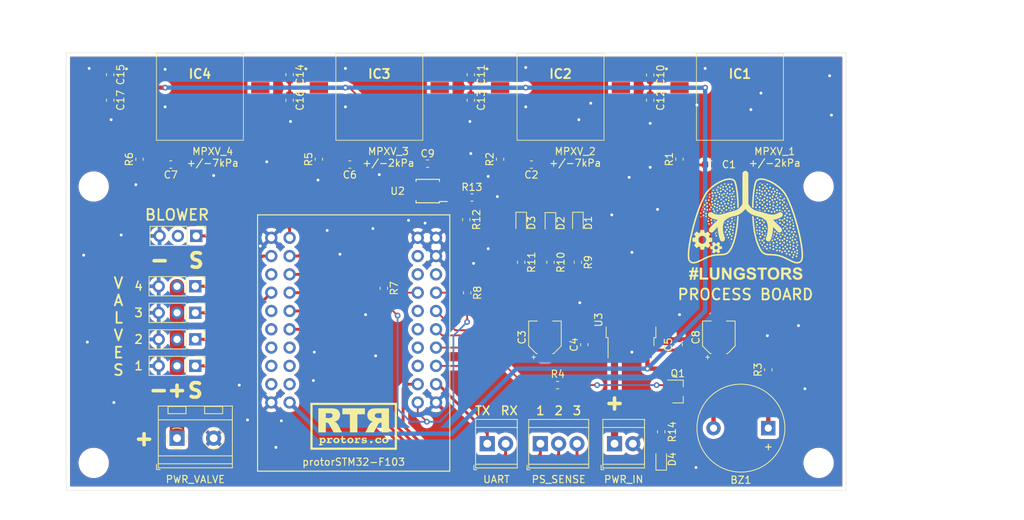
<source format=kicad_pcb>
(kicad_pcb (version 20171130) (host pcbnew "(5.1.5)-3")
  (title_block (title PROCESS_BOARD_SMD) (date 2020-05-01) (rev 1) (comment 1 LUNGSTORS) (comment 2 "Veljko Petrović") (comment 3 "Veljko Petrović") (comment 4 "Veljko Petrović"))
  (layers (0 F.Cu signal) (31 B.Cu signal) (34 B.Paste user) (35 F.Paste user) (36 B.SilkS user) (37 F.SilkS user) (38 B.Mask user) (39 F.Mask user) (44 Edge.Cuts user))
  (net 0 "")
  (net 1 "Net-(BZ1-Pad2)")
  (net 2 +5V)
  (net 3 GND)
  (net 4 "Net-(IC1-Pad4)")
  (net 5 "Net-(IC2-Pad4)")
  (net 6 "Net-(IC3-Pad4)")
  (net 7 "Net-(IC4-Pad4)")
  (net 8 +6V)
  (net 9 V_1)
  (net 10 V_2)
  (net 11 V_3)
  (net 12 V_4)
  (net 13 ESC)
  (net 14 +12V)
  (net 15 ADS_A3)
  (net 16 ADS_A2)
  (net 17 ADS_A1)
  (net 18 ADS_A0)
  (net 19 I2C_SDA)
  (net 20 I2C_SCL)
  (net 21 UART_RX)
  (net 22 UART_TX)
  (net 23 BUZZ)
  (net 24 LED_1)
  (net 25 LED_2)
  (net 26 LED_3)
  (net 27 "Net-(D1-Pad2)")
  (net 28 "Net-(D2-Pad2)")
  (net 29 "Net-(D3-Pad2)")
  (net 30 "Net-(BZ1-Pad1)")
  (net 31 SENSE_3)
  (net 32 SENSE_2)
  (net 33 SENSE_1)
  (net 34 "Net-(R12-Pad1)")
  (net 35 "Net-(R13-Pad1)")
  (net 36 +3V3)
  (net 37 "Net-(Q1-Pad1)")
  (net 38 "Net-(D4-Pad2)")
  (module TerminalBlock_TE-Connectivity:TerminalBlock_TE_282834-2_1x02_P2.54mm_Horizontal (layer F.Cu) (at 168.275 111.633)
    (fp_text reference J7 hide)
    (fp_text value PWR_IN (at 1.27 4.953) (layer F.SilkS))
    (pad 2 thru_hole circle (at 2.54 0) (size 2.1 2.1) (drill 1.1) (layers *.Cu *.Mask) (net 3 GND))
    (pad 1 thru_hole rect (at 0 0) (size 2.1 2.1) (drill 1.1) (layers *.Cu *.Mask) (net 14 +12V))
  )
  (module TerminalBlock_RND:TerminalBlock_RND_205-00232_1x02_P5.08mm_Horizontal (layer F.Cu) (at 107.569 110.871)
    (fp_text reference J6 hide)
    (fp_text value PWR_VALVE (at 2.54 5.715) (layer F.SilkS))
    (pad 2 thru_hole circle (at 5.08 0) (size 2.1 2.1) (drill 1.1) (layers *.Cu *.Mask) (net 3 GND))
    (pad 1 thru_hole rect (at 0 0) (size 2.1 2.1) (drill 1.1) (layers *.Cu *.Mask) (net 8 +6V))
  )
  (module protors:logo_12 (layer F.Cu) (at 132.08 109.22)
    (fp_text reference G*** hide)
    (fp_text value LOGO hide)
  )
  (module TerminalBlock_TE-Connectivity:TerminalBlock_TE_282834-2_1x02_P2.54mm_Horizontal (layer F.Cu) (at 150.622 111.633)
    (fp_text reference J9 hide)
    (fp_text value UART (at 1.27 4.953) (layer F.SilkS))
    (pad 2 thru_hole circle (at 2.54 0) (size 2.1 2.1) (drill 1.1) (layers *.Cu *.Mask) (net 21 UART_RX))
    (pad 1 thru_hole rect (at 0 0) (size 2.1 2.1) (drill 1.1) (layers *.Cu *.Mask) (net 22 UART_TX))
  )
  (module protors:protorSTM32-F103v1.1 (layer F.Cu) (at 132.08 115.443 180)
    (fp_text reference uC1 hide)
    (fp_text value protorSTM32-F103 (at 0 1.27) (layer F.SilkS))
    (pad 1 thru_hole circle (at 11.43 9.525 180) (size 1.7 1.7) (drill 1) (layers *.Cu *.Mask) (net 3 GND))
    (pad 2 thru_hole circle (at 8.89 9.525 180) (size 1.7 1.7) (drill 1) (layers *.Cu *.Mask) (net 2 +5V))
    (pad 3 thru_hole circle (at 11.43 12.065 180) (size 1.7 1.7) (drill 1) (layers *.Cu *.Mask))
    (pad 4 thru_hole circle (at 8.89 12.065 180) (size 1.7 1.7) (drill 1) (layers *.Cu *.Mask))
    (pad 5 thru_hole circle (at 11.43 14.605 180) (size 1.7 1.7) (drill 1) (layers *.Cu *.Mask))
    (pad 6 thru_hole circle (at 8.89 14.605 180) (size 1.7 1.7) (drill 1) (layers *.Cu *.Mask))
    (pad 7 thru_hole circle (at 11.43 17.145 180) (size 1.7 1.7) (drill 1) (layers *.Cu *.Mask))
    (pad 8 thru_hole circle (at 8.89 17.145 180) (size 1.7 1.7) (drill 1) (layers *.Cu *.Mask))
    (pad 9 thru_hole circle (at 11.43 19.685 180) (size 1.7 1.7) (drill 1) (layers *.Cu *.Mask))
    (pad 10 thru_hole circle (at 8.89 19.685 180) (size 1.7 1.7) (drill 1) (layers *.Cu *.Mask) (net 31 SENSE_3))
    (pad 11 thru_hole circle (at 11.43 22.225 180) (size 1.7 1.7) (drill 1) (layers *.Cu *.Mask))
    (pad 12 thru_hole circle (at 8.89 22.225 180) (size 1.7 1.7) (drill 1) (layers *.Cu *.Mask) (net 32 SENSE_2))
    (pad 13 thru_hole circle (at 11.43 24.765 180) (size 1.7 1.7) (drill 1) (layers *.Cu *.Mask) (net 9 V_1))
    (pad 14 thru_hole circle (at 8.89 24.765 180) (size 1.7 1.7) (drill 1) (layers *.Cu *.Mask) (net 33 SENSE_1))
    (pad 15 thru_hole circle (at 11.43 27.305 180) (size 1.7 1.7) (drill 1) (layers *.Cu *.Mask))
    (pad 16 thru_hole circle (at 8.89 27.305 180) (size 1.7 1.7) (drill 1) (layers *.Cu *.Mask) (net 13 ESC))
    (pad 17 thru_hole circle (at 11.43 29.845 180) (size 1.7 1.7) (drill 1) (layers *.Cu *.Mask) (net 10 V_2))
    (pad 18 thru_hole circle (at 8.89 29.845 180) (size 1.7 1.7) (drill 1) (layers *.Cu *.Mask) (net 12 V_4))
    (pad 19 thru_hole circle (at 11.43 32.385 180) (size 1.7 1.7) (drill 1) (layers *.Cu *.Mask) (net 3 GND))
    (pad 20 thru_hole circle (at 8.89 32.385 180) (size 1.7 1.7) (drill 1) (layers *.Cu *.Mask) (net 11 V_3))
    (pad 21 thru_hole circle (at -8.89 9.525 180) (size 1.7 1.7) (drill 1) (layers *.Cu *.Mask) (net 36 +3V3))
    (pad 22 thru_hole circle (at -11.43 9.525 180) (size 1.7 1.7) (drill 1) (layers *.Cu *.Mask) (net 3 GND))
    (pad 23 thru_hole circle (at -8.89 12.065 180) (size 1.7 1.7) (drill 1) (layers *.Cu *.Mask) (net 21 UART_RX))
    (pad 24 thru_hole circle (at -11.43 12.065 180) (size 1.7 1.7) (drill 1) (layers *.Cu *.Mask) (net 22 UART_TX))
    (pad 25 thru_hole circle (at -8.89 14.605 180) (size 1.7 1.7) (drill 1) (layers *.Cu *.Mask))
    (pad 26 thru_hole circle (at -11.43 14.605 180) (size 1.7 1.7) (drill 1) (layers *.Cu *.Mask) (net 23 BUZZ))
    (pad 27 thru_hole circle (at -8.89 17.145 180) (size 1.7 1.7) (drill 1) (layers *.Cu *.Mask))
    (pad 28 thru_hole circle (at -11.43 17.145 180) (size 1.7 1.7) (drill 1) (layers *.Cu *.Mask) (net 24 LED_1))
    (pad 29 thru_hole circle (at -8.89 19.685 180) (size 1.7 1.7) (drill 1) (layers *.Cu *.Mask))
    (pad 30 thru_hole circle (at -11.43 19.685 180) (size 1.7 1.7) (drill 1) (layers *.Cu *.Mask) (net 25 LED_2))
    (pad 31 thru_hole circle (at -8.89 22.225 180) (size 1.7 1.7) (drill 1) (layers *.Cu *.Mask))
    (pad 32 thru_hole circle (at -11.43 22.225 180) (size 1.7 1.7) (drill 1) (layers *.Cu *.Mask) (net 26 LED_3))
    (pad 33 thru_hole circle (at -8.89 24.765 180) (size 1.7 1.7) (drill 1) (layers *.Cu *.Mask) (net 19 I2C_SDA))
    (pad 34 thru_hole circle (at -11.43 24.765 180) (size 1.7 1.7) (drill 1) (layers *.Cu *.Mask) (net 20 I2C_SCL))
    (pad 35 thru_hole circle (at -8.89 27.305 180) (size 1.7 1.7) (drill 1) (layers *.Cu *.Mask))
    (pad 36 thru_hole circle (at -11.43 27.305 180) (size 1.7 1.7) (drill 1) (layers *.Cu *.Mask))
    (pad 37 thru_hole circle (at -8.89 29.845 180) (size 1.7 1.7) (drill 1) (layers *.Cu *.Mask))
    (pad 38 thru_hole circle (at -11.43 29.845 180) (size 1.7 1.7) (drill 1) (layers *.Cu *.Mask) (net 3 GND))
    (pad 39 thru_hole circle (at -8.89 32.385 180) (size 1.7 1.7) (drill 1) (layers *.Cu *.Mask) (net 3 GND))
    (pad 40 thru_hole circle (at -11.43 32.385 180) (size 1.7 1.7) (drill 1) (layers *.Cu *.Mask) (net 3 GND))
  )
  (module protors:lungstors_16 (layer F.Cu) (at 186.436 81.28)
    (fp_text reference G*** hide)
    (fp_text value LOGO hide)
  )
  (module MountingHole:MountingHole_3.2mm_M3_ISO7380 (layer F.Cu) (at 96.012 114.3)
    (fp_text reference REF** hide)
    (fp_text value MountingHole_3.2mm_M3_ISO7380)
    (pad 1 np_thru_hole circle (at 0 0) (size 3.2 3.2) (drill 3.2) (layers *.Cu *.Mask))
  )
  (module MountingHole:MountingHole_3.2mm_M3_ISO7380 (layer F.Cu) (at 96.012 75.946)
    (fp_text reference REF** hide)
    (fp_text value MountingHole_3.2mm_M3_ISO7380)
    (pad 1 np_thru_hole circle (at 0 0) (size 3.2 3.2) (drill 3.2) (layers *.Cu *.Mask))
  )
  (module MountingHole:MountingHole_3.2mm_M3_ISO7380 (layer F.Cu) (at 196.596 75.946)
    (fp_text reference REF** hide)
    (fp_text value MountingHole_3.2mm_M3_ISO7380)
    (pad 1 np_thru_hole circle (at 0 0) (size 3.2 3.2) (drill 3.2) (layers *.Cu *.Mask))
  )
  (module MountingHole:MountingHole_3.2mm_M3_ISO7380 (layer F.Cu) (at 196.596 114.3)
    (fp_text reference REF** hide)
    (fp_text value MountingHole_3.2mm_M3_ISO7380)
    (pad 1 np_thru_hole circle (at 0 0) (size 3.2 3.2) (drill 3.2) (layers *.Cu *.Mask))
  )
  (module Resistor_SMD:R_0603_1608Metric (layer F.Cu) (at 174.752 109.982 90)
    (fp_text reference R14 (at 0 1.524 90) (layer F.SilkS))
    (fp_text value 1k)
    (pad 2 smd roundrect (at 0.7875 0 90) (size 0.875 0.95) (layers F.Cu F.Paste F.Mask) (net 2 +5V))
    (pad 1 smd roundrect (at -0.7875 0 90) (size 0.875 0.95) (layers F.Cu F.Paste F.Mask) (net 38 "Net-(D4-Pad2)"))
  )
  (module LED_SMD:LED_0603_1608Metric (layer F.Cu) (at 174.752 113.8175 90)
    (fp_text reference D4 (at 0.0255 1.524 90) (layer F.SilkS))
    (fp_text value LED)
    (pad 2 smd roundrect (at 0.7875 0 90) (size 0.875 0.95) (layers F.Cu F.Paste F.Mask) (net 38 "Net-(D4-Pad2)"))
    (pad 1 smd roundrect (at -0.7875 0 90) (size 0.875 0.95) (layers F.Cu F.Paste F.Mask) (net 3 GND))
  )
  (module Resistor_SMD:R_0603_1608Metric (layer F.Cu) (at 147.828 90.7035 270)
    (fp_text reference R8 (at 0 -1.43 90) (layer F.SilkS))
    (fp_text value 10k)
    (pad 2 smd roundrect (at 0.7875 0 270) (size 0.875 0.95) (layers F.Cu F.Paste F.Mask) (net 36 +3V3))
    (pad 1 smd roundrect (at -0.7875 0 270) (size 0.875 0.95) (layers F.Cu F.Paste F.Mask) (net 20 I2C_SCL))
  )
  (module Connector_PinHeader_2.54mm:PinHeader_1x03_P2.54mm_Vertical (layer F.Cu) (at 110.109 89.789 270)
    (fp_text reference J4 hide)
    (fp_text value VALVE_4)
    (pad 3 thru_hole oval (at 0 5.08 270) (size 1.7 1.7) (drill 1) (layers *.Cu *.Mask) (net 3 GND))
    (pad 2 thru_hole oval (at 0 2.54 270) (size 1.7 1.7) (drill 1) (layers *.Cu *.Mask) (net 8 +6V))
    (pad 1 thru_hole rect (at 0 0 270) (size 1.7 1.7) (drill 1) (layers *.Cu *.Mask) (net 12 V_4))
  )
  (module Connector_PinHeader_2.54mm:PinHeader_1x03_P2.54mm_Vertical (layer F.Cu) (at 110.109 97.155 270)
    (fp_text reference J2 hide)
    (fp_text value VALVE_2)
    (pad 3 thru_hole oval (at 0 5.08 270) (size 1.7 1.7) (drill 1) (layers *.Cu *.Mask) (net 3 GND))
    (pad 2 thru_hole oval (at 0 2.54 270) (size 1.7 1.7) (drill 1) (layers *.Cu *.Mask) (net 8 +6V))
    (pad 1 thru_hole rect (at 0 0 270) (size 1.7 1.7) (drill 1) (layers *.Cu *.Mask) (net 10 V_2))
  )
  (module Connector_PinHeader_2.54mm:PinHeader_1x03_P2.54mm_Vertical (layer F.Cu) (at 110.109 93.472 270)
    (fp_text reference J3 hide)
    (fp_text value VALVE_3)
    (pad 3 thru_hole oval (at 0 5.08 270) (size 1.7 1.7) (drill 1) (layers *.Cu *.Mask) (net 3 GND))
    (pad 2 thru_hole oval (at 0 2.54 270) (size 1.7 1.7) (drill 1) (layers *.Cu *.Mask) (net 8 +6V))
    (pad 1 thru_hole rect (at 0 0 270) (size 1.7 1.7) (drill 1) (layers *.Cu *.Mask) (net 11 V_3))
  )
  (module Connector_PinHeader_2.54mm:PinHeader_1x03_P2.54mm_Vertical (layer F.Cu) (at 110.109 100.838 270)
    (fp_text reference J1 hide)
    (fp_text value VALVE_1)
    (pad 3 thru_hole oval (at 0 5.08 270) (size 1.7 1.7) (drill 1) (layers *.Cu *.Mask) (net 3 GND))
    (pad 2 thru_hole oval (at 0 2.54 270) (size 1.7 1.7) (drill 1) (layers *.Cu *.Mask) (net 8 +6V))
    (pad 1 thru_hole rect (at 0 0 270) (size 1.7 1.7) (drill 1) (layers *.Cu *.Mask) (net 9 V_1))
  )
  (module Capacitor_SMD:CP_Elec_4x5.4 (layer F.Cu) (at 182.753 96.879 90)
    (fp_text reference C8 (at 0 -3.2 90) (layer F.SilkS))
    (fp_text value 10uF)
    (pad 2 smd roundrect (at 1.8 0 90) (size 2.6 1.6) (layers F.Cu F.Paste F.Mask) (roundrect_rratio 0.15625) (net 3 GND))
    (pad 1 smd roundrect (at -1.8 0 90) (size 2.6 1.6) (layers F.Cu F.Paste F.Mask) (roundrect_rratio 0.15625) (net 2 +5V))
  )
  (module Capacitor_SMD:CP_Elec_4x4.5 (layer F.Cu) (at 158.623 96.879 90)
    (fp_text reference C3 (at 0 -3.2 90) (layer F.SilkS))
    (fp_text value 10uF)
    (pad 2 smd roundrect (at 1.8 0 90) (size 2.6 1.6) (layers F.Cu F.Paste F.Mask) (roundrect_rratio 0.15625) (net 3 GND))
    (pad 1 smd roundrect (at -1.8 0 90) (size 2.6 1.6) (layers F.Cu F.Paste F.Mask) (roundrect_rratio 0.15625) (net 14 +12V))
  )
  (module Package_TO_SOT_SMD:TO-252-2 (layer F.Cu) (at 170.562 94.453 90)
    (fp_text reference U3 (at 0 -4.5 90) (layer F.SilkS))
    (fp_text value LM78M05_TO252)
    (pad 2 smd rect (at 2.1 0 90) (size 6.4 5.8) (layers F.Cu F.Mask) (net 3 GND))
    (pad 3 smd rect (at -4.2 2.28 90) (size 2.2 1.2) (layers F.Cu F.Paste F.Mask) (net 2 +5V))
    (pad 1 smd rect (at -4.2 -2.28 90) (size 2.2 1.2) (layers F.Cu F.Paste F.Mask) (net 14 +12V))
  )
  (module Package_TO_SOT_SMD:SOT-23 (layer F.Cu) (at 177.054 104.394)
    (fp_text reference Q1 (at 0 -2.5) (layer F.SilkS))
    (fp_text value BC817)
    (pad 3 smd rect (at 1 0) (size 0.9 0.8) (layers F.Cu F.Paste F.Mask) (net 1 "Net-(BZ1-Pad2)"))
    (pad 2 smd rect (at -1 0.95) (size 0.9 0.8) (layers F.Cu F.Paste F.Mask) (net 3 GND))
    (pad 1 smd rect (at -1 -0.95) (size 0.9 0.8) (layers F.Cu F.Paste F.Mask) (net 37 "Net-(Q1-Pad1)"))
  )
  (module TerminalBlock_TE-Connectivity:TerminalBlock_TE_282834-3_1x03_P2.54mm_Horizontal (layer F.Cu) (at 157.988 111.633)
    (fp_text reference J8 hide)
    (fp_text value PS_SENSE (at 2.54 4.953) (layer F.SilkS))
    (pad 3 thru_hole circle (at 5.08 0) (size 2.1 2.1) (drill 1.1) (layers *.Cu *.Mask) (net 31 SENSE_3))
    (pad 2 thru_hole circle (at 2.54 0) (size 2.1 2.1) (drill 1.1) (layers *.Cu *.Mask) (net 32 SENSE_2))
    (pad 1 thru_hole rect (at 0 0) (size 2.1 2.1) (drill 1.1) (layers *.Cu *.Mask) (net 33 SENSE_1))
  )
  (module Package_SO:TSSOP-10_3x3mm_P0.5mm (layer F.Cu) (at 142.358 76.581 180)
    (fp_text reference U2 (at 4.182 0) (layer F.SilkS))
    (fp_text value ADS1115IDGS)
    (pad 10 smd rect (at 2.15 -1 180) (size 1.1 0.25) (layers F.Cu F.Paste F.Mask) (net 20 I2C_SCL))
    (pad 9 smd rect (at 2.15 -0.5 180) (size 1.1 0.25) (layers F.Cu F.Paste F.Mask) (net 19 I2C_SDA))
    (pad 8 smd rect (at 2.15 0 180) (size 1.1 0.25) (layers F.Cu F.Paste F.Mask) (net 2 +5V))
    (pad 7 smd rect (at 2.15 0.5 180) (size 1.1 0.25) (layers F.Cu F.Paste F.Mask) (net 15 ADS_A3))
    (pad 6 smd rect (at 2.15 1 180) (size 1.1 0.25) (layers F.Cu F.Paste F.Mask) (net 16 ADS_A2))
    (pad 5 smd rect (at -2.15 1 180) (size 1.1 0.25) (layers F.Cu F.Paste F.Mask) (net 17 ADS_A1))
    (pad 4 smd rect (at -2.15 0.5 180) (size 1.1 0.25) (layers F.Cu F.Paste F.Mask) (net 18 ADS_A0))
    (pad 3 smd rect (at -2.15 0 180) (size 1.1 0.25) (layers F.Cu F.Paste F.Mask) (net 3 GND))
    (pad 2 smd rect (at -2.15 -0.5 180) (size 1.1 0.25) (layers F.Cu F.Paste F.Mask) (net 34 "Net-(R12-Pad1)"))
    (pad 1 smd rect (at -2.15 -1 180) (size 1.1 0.25) (layers F.Cu F.Paste F.Mask) (net 35 "Net-(R13-Pad1)"))
  )
  (module Resistor_SMD:R_0603_1608Metric (layer F.Cu) (at 148.4885 77.47)
    (fp_text reference R13 (at 0 -1.43) (layer F.SilkS))
    (fp_text value 10k)
    (pad 2 smd roundrect (at 0.7875 0) (size 0.875 0.95) (layers F.Cu F.Paste F.Mask) (net 3 GND))
    (pad 1 smd roundrect (at -0.7875 0) (size 0.875 0.95) (layers F.Cu F.Paste F.Mask) (net 35 "Net-(R13-Pad1)"))
  )
  (module Resistor_SMD:R_0603_1608Metric (layer F.Cu) (at 147.701 80.5435 270)
    (fp_text reference R12 (at 0 -1.43 90) (layer F.SilkS))
    (fp_text value 10k)
    (pad 2 smd roundrect (at 0.7875 0 270) (size 0.875 0.95) (layers F.Cu F.Paste F.Mask) (net 2 +5V))
    (pad 1 smd roundrect (at -0.7875 0 270) (size 0.875 0.95) (layers F.Cu F.Paste F.Mask) (net 34 "Net-(R12-Pad1)"))
  )
  (module Resistor_SMD:R_0603_1608Metric (layer F.Cu) (at 155.321 86.4615 270)
    (fp_text reference R11 (at 0 -1.43 90) (layer F.SilkS))
    (fp_text value 1k)
    (pad 2 smd roundrect (at 0.7875 0 270) (size 0.875 0.95) (layers F.Cu F.Paste F.Mask) (net 26 LED_3))
    (pad 1 smd roundrect (at -0.7875 0 270) (size 0.875 0.95) (layers F.Cu F.Paste F.Mask) (net 29 "Net-(D3-Pad2)"))
  )
  (module Resistor_SMD:R_0603_1608Metric (layer F.Cu) (at 159.385 86.4615 270)
    (fp_text reference R10 (at 0 -1.43 90) (layer F.SilkS))
    (fp_text value 1k)
    (pad 2 smd roundrect (at 0.7875 0 270) (size 0.875 0.95) (layers F.Cu F.Paste F.Mask) (net 25 LED_2))
    (pad 1 smd roundrect (at -0.7875 0 270) (size 0.875 0.95) (layers F.Cu F.Paste F.Mask) (net 28 "Net-(D2-Pad2)"))
  )
  (module Resistor_SMD:R_0603_1608Metric (layer F.Cu) (at 163.195 86.4615 270)
    (fp_text reference R9 (at 0 -1.43 90) (layer F.SilkS))
    (fp_text value 1k)
    (pad 2 smd roundrect (at 0.7875 0 270) (size 0.875 0.95) (layers F.Cu F.Paste F.Mask) (net 24 LED_1))
    (pad 1 smd roundrect (at -0.7875 0 270) (size 0.875 0.95) (layers F.Cu F.Paste F.Mask) (net 27 "Net-(D1-Pad2)"))
  )
  (module Resistor_SMD:R_0603_1608Metric (layer F.Cu) (at 136.271 90.0685 270)
    (fp_text reference R7 (at 0 -1.43 90) (layer F.SilkS))
    (fp_text value 10k)
    (pad 2 smd roundrect (at 0.7875 0 270) (size 0.875 0.95) (layers F.Cu F.Paste F.Mask) (net 36 +3V3))
    (pad 1 smd roundrect (at -0.7875 0 270) (size 0.875 0.95) (layers F.Cu F.Paste F.Mask) (net 19 I2C_SDA))
  )
  (module Resistor_SMD:R_0603_1608Metric (layer F.Cu) (at 102.362 72.1615 90)
    (fp_text reference R6 (at 0 -1.43 90) (layer F.SilkS))
    (fp_text value 750R)
    (pad 2 smd roundrect (at 0.7875 0 90) (size 0.875 0.95) (layers F.Cu F.Paste F.Mask) (net 7 "Net-(IC4-Pad4)"))
    (pad 1 smd roundrect (at -0.7875 0 90) (size 0.875 0.95) (layers F.Cu F.Paste F.Mask) (net 15 ADS_A3))
  )
  (module Resistor_SMD:R_0603_1608Metric (layer F.Cu) (at 127.254 72.1615 90)
    (fp_text reference R5 (at 0 -1.43 90) (layer F.SilkS))
    (fp_text value 750R)
    (pad 2 smd roundrect (at 0.7875 0 90) (size 0.875 0.95) (layers F.Cu F.Paste F.Mask) (net 6 "Net-(IC3-Pad4)"))
    (pad 1 smd roundrect (at -0.7875 0 90) (size 0.875 0.95) (layers F.Cu F.Paste F.Mask) (net 16 ADS_A2))
  )
  (module Resistor_SMD:R_0603_1608Metric (layer F.Cu) (at 160.3755 103.505 180)
    (fp_text reference R4 (at -0.0255 1.524 180) (layer F.SilkS))
    (fp_text value 3.3k)
    (pad 2 smd roundrect (at 0.7875 0 180) (size 0.875 0.95) (layers F.Cu F.Paste F.Mask) (net 23 BUZZ))
    (pad 1 smd roundrect (at -0.7875 0 180) (size 0.875 0.95) (layers F.Cu F.Paste F.Mask) (net 37 "Net-(Q1-Pad1)"))
  )
  (module Resistor_SMD:R_0603_1608Metric (layer F.Cu) (at 189.611 101.3715 90)
    (fp_text reference R3 (at 0 -1.43 90) (layer F.SilkS))
    (fp_text value 100R)
    (pad 2 smd roundrect (at 0.7875 0 90) (size 0.875 0.95) (layers F.Cu F.Paste F.Mask) (net 2 +5V))
    (pad 1 smd roundrect (at -0.7875 0 90) (size 0.875 0.95) (layers F.Cu F.Paste F.Mask) (net 30 "Net-(BZ1-Pad1)"))
  )
  (module Resistor_SMD:R_0603_1608Metric (layer F.Cu) (at 152.4 72.1615 90)
    (fp_text reference R2 (at 0 -1.43 90) (layer F.SilkS))
    (fp_text value 750R)
    (pad 2 smd roundrect (at 0.7875 0 90) (size 0.875 0.95) (layers F.Cu F.Paste F.Mask) (net 5 "Net-(IC2-Pad4)"))
    (pad 1 smd roundrect (at -0.7875 0 90) (size 0.875 0.95) (layers F.Cu F.Paste F.Mask) (net 17 ADS_A1))
  )
  (module Resistor_SMD:R_0603_1608Metric (layer F.Cu) (at 177.292 72.1615 90)
    (fp_text reference R1 (at 0 -1.43 90) (layer F.SilkS))
    (fp_text value 750R)
    (pad 2 smd roundrect (at 0.7875 0 90) (size 0.875 0.95) (layers F.Cu F.Paste F.Mask) (net 4 "Net-(IC1-Pad4)"))
    (pad 1 smd roundrect (at -0.7875 0 90) (size 0.875 0.95) (layers F.Cu F.Paste F.Mask) (net 18 ADS_A0))
  )
  (module Connector_PinHeader_2.54mm:PinHeader_1x03_P2.54mm_Vertical (layer F.Cu) (at 110.236 82.804 270)
    (fp_text reference J5 hide)
    (fp_text value COMPRESSOR)
    (pad 3 thru_hole oval (at 0 5.08 270) (size 1.7 1.7) (drill 1) (layers *.Cu *.Mask) (net 3 GND))
    (pad 2 thru_hole oval (at 0 2.54 270) (size 1.7 1.7) (drill 1) (layers *.Cu *.Mask))
    (pad 1 thru_hole rect (at 0 0 270) (size 1.7 1.7) (drill 1) (layers *.Cu *.Mask) (net 13 ESC))
  )
  (module protors:MPXV7002DPT1 (layer F.Cu) (at 110.746 60.325 180)
    (fp_text reference IC4 (at 0 0) (layer F.SilkS) (effects (font (size 1.27 1.27) (thickness 0.254))))
    (fp_text value MPXV7007DP hide)
    (pad 1 smd rect (at 8.38 0.635 270) (size 1.52 2.54) (layers F.Cu F.Paste F.Mask))
    (pad 2 smd rect (at 8.38 -1.905 270) (size 1.52 2.54) (layers F.Cu F.Paste F.Mask) (net 2 +5V))
    (pad 3 smd rect (at 8.38 -4.445 270) (size 1.52 2.54) (layers F.Cu F.Paste F.Mask) (net 3 GND))
    (pad 4 smd rect (at 8.38 -6.985 270) (size 1.52 2.54) (layers F.Cu F.Paste F.Mask) (net 7 "Net-(IC4-Pad4)"))
    (pad 5 smd rect (at -8.38 -6.985 270) (size 1.52 2.54) (layers F.Cu F.Paste F.Mask))
    (pad 6 smd rect (at -8.38 -4.445 270) (size 1.52 2.54) (layers F.Cu F.Paste F.Mask))
    (pad 7 smd rect (at -8.38 -1.905 270) (size 1.52 2.54) (layers F.Cu F.Paste F.Mask))
    (pad 8 smd rect (at -8.38 0.635 270) (size 1.52 2.54) (layers F.Cu F.Paste F.Mask))
  )
  (module protors:MPXV7002DPT1 (layer F.Cu) (at 135.638 60.325 180)
    (fp_text reference IC3 (at 0 0) (layer F.SilkS) (effects (font (size 1.27 1.27) (thickness 0.254))))
    (fp_text value MPXV7002DP hide)
    (pad 1 smd rect (at 8.38 0.635 270) (size 1.52 2.54) (layers F.Cu F.Paste F.Mask))
    (pad 2 smd rect (at 8.38 -1.905 270) (size 1.52 2.54) (layers F.Cu F.Paste F.Mask) (net 2 +5V))
    (pad 3 smd rect (at 8.38 -4.445 270) (size 1.52 2.54) (layers F.Cu F.Paste F.Mask) (net 3 GND))
    (pad 4 smd rect (at 8.38 -6.985 270) (size 1.52 2.54) (layers F.Cu F.Paste F.Mask) (net 6 "Net-(IC3-Pad4)"))
    (pad 5 smd rect (at -8.38 -6.985 270) (size 1.52 2.54) (layers F.Cu F.Paste F.Mask))
    (pad 6 smd rect (at -8.38 -4.445 270) (size 1.52 2.54) (layers F.Cu F.Paste F.Mask))
    (pad 7 smd rect (at -8.38 -1.905 270) (size 1.52 2.54) (layers F.Cu F.Paste F.Mask))
    (pad 8 smd rect (at -8.38 0.635 270) (size 1.52 2.54) (layers F.Cu F.Paste F.Mask))
  )
  (module protors:MPXV7002DPT1 (layer F.Cu) (at 160.78 60.325 180)
    (fp_text reference IC2 (at 0 0) (layer F.SilkS) (effects (font (size 1.27 1.27) (thickness 0.254))))
    (fp_text value MPXV7007DP hide)
    (pad 1 smd rect (at 8.38 0.635 270) (size 1.52 2.54) (layers F.Cu F.Paste F.Mask))
    (pad 2 smd rect (at 8.38 -1.905 270) (size 1.52 2.54) (layers F.Cu F.Paste F.Mask) (net 2 +5V))
    (pad 3 smd rect (at 8.38 -4.445 270) (size 1.52 2.54) (layers F.Cu F.Paste F.Mask) (net 3 GND))
    (pad 4 smd rect (at 8.38 -6.985 270) (size 1.52 2.54) (layers F.Cu F.Paste F.Mask) (net 5 "Net-(IC2-Pad4)"))
    (pad 5 smd rect (at -8.38 -6.985 270) (size 1.52 2.54) (layers F.Cu F.Paste F.Mask))
    (pad 6 smd rect (at -8.38 -4.445 270) (size 1.52 2.54) (layers F.Cu F.Paste F.Mask))
    (pad 7 smd rect (at -8.38 -1.905 270) (size 1.52 2.54) (layers F.Cu F.Paste F.Mask))
    (pad 8 smd rect (at -8.38 0.635 270) (size 1.52 2.54) (layers F.Cu F.Paste F.Mask))
  )
  (module protors:MPXV7002DPT1 (layer F.Cu) (at 185.672 60.325 180)
    (fp_text reference IC1 (at 0 0) (layer F.SilkS) (effects (font (size 1.27 1.27) (thickness 0.254))))
    (fp_text value MPXV7002DP hide)
    (pad 1 smd rect (at 8.38 0.635 270) (size 1.52 2.54) (layers F.Cu F.Paste F.Mask))
    (pad 2 smd rect (at 8.38 -1.905 270) (size 1.52 2.54) (layers F.Cu F.Paste F.Mask) (net 2 +5V))
    (pad 3 smd rect (at 8.38 -4.445 270) (size 1.52 2.54) (layers F.Cu F.Paste F.Mask) (net 3 GND))
    (pad 4 smd rect (at 8.38 -6.985 270) (size 1.52 2.54) (layers F.Cu F.Paste F.Mask) (net 4 "Net-(IC1-Pad4)"))
    (pad 5 smd rect (at -8.38 -6.985 270) (size 1.52 2.54) (layers F.Cu F.Paste F.Mask))
    (pad 6 smd rect (at -8.38 -4.445 270) (size 1.52 2.54) (layers F.Cu F.Paste F.Mask))
    (pad 7 smd rect (at -8.38 -1.905 270) (size 1.52 2.54) (layers F.Cu F.Paste F.Mask))
    (pad 8 smd rect (at -8.38 0.635 270) (size 1.52 2.54) (layers F.Cu F.Paste F.Mask))
  )
  (module LED_SMD:LED_0603_1608Metric (layer F.Cu) (at 155.321 81.0005 270)
    (fp_text reference D3 (at 0 -1.43 90) (layer F.SilkS))
    (fp_text value LED)
    (pad 2 smd roundrect (at 0.7875 0 270) (size 0.875 0.95) (layers F.Cu F.Paste F.Mask) (net 29 "Net-(D3-Pad2)"))
    (pad 1 smd roundrect (at -0.7875 0 270) (size 0.875 0.95) (layers F.Cu F.Paste F.Mask) (net 3 GND))
  )
  (module LED_SMD:LED_0603_1608Metric (layer F.Cu) (at 159.385 81.0515 270)
    (fp_text reference D2 (at 0 -1.43 90) (layer F.SilkS))
    (fp_text value LED)
    (pad 2 smd roundrect (at 0.7875 0 270) (size 0.875 0.95) (layers F.Cu F.Paste F.Mask) (net 28 "Net-(D2-Pad2)"))
    (pad 1 smd roundrect (at -0.7875 0 270) (size 0.875 0.95) (layers F.Cu F.Paste F.Mask) (net 3 GND))
  )
  (module LED_SMD:LED_0603_1608Metric (layer F.Cu) (at 163.195 81.0005 270)
    (fp_text reference D1 (at 0 -1.43 90) (layer F.SilkS))
    (fp_text value LED)
    (pad 2 smd roundrect (at 0.7875 0 270) (size 0.875 0.95) (layers F.Cu F.Paste F.Mask) (net 27 "Net-(D1-Pad2)"))
    (pad 1 smd roundrect (at -0.7875 0 270) (size 0.875 0.95) (layers F.Cu F.Paste F.Mask) (net 3 GND))
  )
  (module Capacitor_SMD:C_0603_1608Metric (layer F.Cu) (at 98.298 63.9825 270)
    (fp_text reference C17 (at 0 -1.43 90) (layer F.SilkS))
    (fp_text value 100nF)
    (pad 2 smd roundrect (at 0.7875 0 270) (size 0.875 0.95) (layers F.Cu F.Paste F.Mask) (net 3 GND))
    (pad 1 smd roundrect (at -0.7875 0 270) (size 0.875 0.95) (layers F.Cu F.Paste F.Mask) (net 2 +5V))
  )
  (module Capacitor_SMD:C_0603_1608Metric (layer F.Cu) (at 98.298 60.4265 270)
    (fp_text reference C15 (at 0 -1.43 90) (layer F.SilkS))
    (fp_text value 10nF)
    (pad 2 smd roundrect (at 0.7875 0 270) (size 0.875 0.95) (layers F.Cu F.Paste F.Mask) (net 2 +5V))
    (pad 1 smd roundrect (at -0.7875 0 270) (size 0.875 0.95) (layers F.Cu F.Paste F.Mask) (net 3 GND))
  )
  (module Capacitor_SMD:C_0603_1608Metric (layer F.Cu) (at 148.336 63.9825 270)
    (fp_text reference C13 (at 0 -1.43 90) (layer F.SilkS))
    (fp_text value 100nF)
    (pad 2 smd roundrect (at 0.7875 0 270) (size 0.875 0.95) (layers F.Cu F.Paste F.Mask) (net 3 GND))
    (pad 1 smd roundrect (at -0.7875 0 270) (size 0.875 0.95) (layers F.Cu F.Paste F.Mask) (net 2 +5V))
  )
  (module Capacitor_SMD:C_0603_1608Metric (layer F.Cu) (at 173.228 63.9825 270)
    (fp_text reference C12 (at 0 -1.43 90) (layer F.SilkS))
    (fp_text value 100nF)
    (pad 2 smd roundrect (at 0.7875 0 270) (size 0.875 0.95) (layers F.Cu F.Paste F.Mask) (net 3 GND))
    (pad 1 smd roundrect (at -0.7875 0 270) (size 0.875 0.95) (layers F.Cu F.Paste F.Mask) (net 2 +5V))
  )
  (module Capacitor_SMD:C_0603_1608Metric (layer F.Cu) (at 148.336 60.4265 270)
    (fp_text reference C11 (at 0 -1.43 90) (layer F.SilkS))
    (fp_text value 10nF)
    (pad 2 smd roundrect (at 0.7875 0 270) (size 0.875 0.95) (layers F.Cu F.Paste F.Mask) (net 2 +5V))
    (pad 1 smd roundrect (at -0.7875 0 270) (size 0.875 0.95) (layers F.Cu F.Paste F.Mask) (net 3 GND))
  )
  (module Capacitor_SMD:C_0603_1608Metric (layer F.Cu) (at 173.228 60.4775 270)
    (fp_text reference C10 (at 0 -1.43 90) (layer F.SilkS))
    (fp_text value 10nF)
    (pad 2 smd roundrect (at 0.7875 0 270) (size 0.875 0.95) (layers F.Cu F.Paste F.Mask) (net 2 +5V))
    (pad 1 smd roundrect (at -0.7875 0 270) (size 0.875 0.95) (layers F.Cu F.Paste F.Mask) (net 3 GND))
  )
  (module Capacitor_SMD:C_0603_1608Metric (layer F.Cu) (at 123.19 63.9825 270)
    (fp_text reference C16 (at 0 -1.43 90) (layer F.SilkS))
    (fp_text value 100nF)
    (pad 2 smd roundrect (at 0.7875 0 270) (size 0.875 0.95) (layers F.Cu F.Paste F.Mask) (net 3 GND))
    (pad 1 smd roundrect (at -0.7875 0 270) (size 0.875 0.95) (layers F.Cu F.Paste F.Mask) (net 2 +5V))
  )
  (module Capacitor_SMD:C_0603_1608Metric (layer F.Cu) (at 123.19 60.4265 270)
    (fp_text reference C14 (at 0 -1.43 90) (layer F.SilkS))
    (fp_text value 10nF)
    (pad 2 smd roundrect (at 0.7875 0 270) (size 0.875 0.95) (layers F.Cu F.Paste F.Mask) (net 2 +5V))
    (pad 1 smd roundrect (at -0.7875 0 270) (size 0.875 0.95) (layers F.Cu F.Paste F.Mask) (net 3 GND))
  )
  (module Capacitor_SMD:C_0603_1608Metric (layer F.Cu) (at 142.3415 72.771 180)
    (fp_text reference C9 (at 0 1.397) (layer F.SilkS))
    (fp_text value 1uF)
    (pad 2 smd roundrect (at 0.7875 0 180) (size 0.875 0.95) (layers F.Cu F.Paste F.Mask) (net 2 +5V))
    (pad 1 smd roundrect (at -0.7875 0 180) (size 0.875 0.95) (layers F.Cu F.Paste F.Mask) (net 3 GND))
  )
  (module Capacitor_SMD:C_0603_1608Metric (layer F.Cu) (at 106.7055 72.898 180)
    (fp_text reference C7 (at 0 -1.43) (layer F.SilkS))
    (fp_text value 330nF)
    (pad 2 smd roundrect (at 0.7875 0 180) (size 0.875 0.95) (layers F.Cu F.Paste F.Mask) (net 15 ADS_A3))
    (pad 1 smd roundrect (at -0.7875 0 180) (size 0.875 0.95) (layers F.Cu F.Paste F.Mask) (net 3 GND))
  )
  (module Capacitor_SMD:C_0603_1608Metric (layer F.Cu) (at 131.5465 72.898 180)
    (fp_text reference C6 (at 0 -1.43) (layer F.SilkS))
    (fp_text value 330nF)
    (pad 2 smd roundrect (at 0.7875 0 180) (size 0.875 0.95) (layers F.Cu F.Paste F.Mask) (net 16 ADS_A2))
    (pad 1 smd roundrect (at -0.7875 0 180) (size 0.875 0.95) (layers F.Cu F.Paste F.Mask) (net 3 GND))
  )
  (module Capacitor_SMD:C_0603_1608Metric (layer F.Cu) (at 177.165 97.8915 90)
    (fp_text reference C5 (at 0 -1.43 90) (layer F.SilkS))
    (fp_text value 100nF)
    (pad 2 smd roundrect (at 0.7875 0 90) (size 0.875 0.95) (layers F.Cu F.Paste F.Mask) (net 3 GND))
    (pad 1 smd roundrect (at -0.7875 0 90) (size 0.875 0.95) (layers F.Cu F.Paste F.Mask) (net 2 +5V))
  )
  (module Capacitor_SMD:C_0603_1608Metric (layer F.Cu) (at 164.084 97.8915 90)
    (fp_text reference C4 (at 0 -1.43 90) (layer F.SilkS))
    (fp_text value 330nF)
    (pad 2 smd roundrect (at 0.7875 0 90) (size 0.875 0.95) (layers F.Cu F.Paste F.Mask) (net 3 GND))
    (pad 1 smd roundrect (at -0.7875 0 90) (size 0.875 0.95) (layers F.Cu F.Paste F.Mask) (net 14 +12V))
  )
  (module Capacitor_SMD:C_0603_1608Metric (layer F.Cu) (at 156.7435 72.898 180)
    (fp_text reference C2 (at 0 -1.43) (layer F.SilkS))
    (fp_text value 330nF)
    (pad 2 smd roundrect (at 0.7875 0 180) (size 0.875 0.95) (layers F.Cu F.Paste F.Mask) (net 17 ADS_A1))
    (pad 1 smd roundrect (at -0.7875 0 180) (size 0.875 0.95) (layers F.Cu F.Paste F.Mask) (net 3 GND))
  )
  (module Capacitor_SMD:C_0603_1608Metric (layer F.Cu) (at 181.6355 72.898 180)
    (fp_text reference C1 (at -2.5145 0) (layer F.SilkS))
    (fp_text value 330nF)
    (pad 2 smd roundrect (at 0.7875 0 180) (size 0.875 0.95) (layers F.Cu F.Paste F.Mask) (net 18 ADS_A0))
    (pad 1 smd roundrect (at -0.7875 0 180) (size 0.875 0.95) (layers F.Cu F.Paste F.Mask) (net 3 GND))
  )
  (module Buzzer_Beeper:Buzzer_12x9.5RM7.6 (layer F.Cu) (at 189.611 109.474 180)
    (fp_text reference BZ1 (at 3.8 -7.2) (layer F.SilkS))
    (fp_text value Buzzer)
    (fp_text user + (at -0.01 -2.54) (layer F.SilkS))
    (pad 2 thru_hole circle (at 7.6 0 180) (size 2 2) (drill 1) (layers *.Cu *.Mask) (net 1 "Net-(BZ1-Pad2)"))
    (pad 1 thru_hole rect (at 0 0 180) (size 2 2) (drill 1) (layers *.Cu *.Mask) (net 30 "Net-(BZ1-Pad1)"))
  )
  (gr_text BLOWER (at 107.569 79.883) (layer F.SilkS) (effects (font (size 1.5 1.5) (thickness 0.25))))
  (gr_text "V\nA\nL\nV\nE\nS" (at 99.441 95.377) (layer F.SilkS) (effects (font (size 1.5 1.5) (thickness 0.25))))
  (gr_text 4 (at 102.235 89.789) (layer F.SilkS) (effects (font (size 1.2 1.2) (thickness 0.2))))
  (gr_text 3 (at 102.235 93.472) (layer F.SilkS) (effects (font (size 1.2 1.2) (thickness 0.2))))
  (gr_text 2 (at 102.235 97.155) (layer F.SilkS) (effects (font (size 1.2 1.2) (thickness 0.2))))
  (gr_text 1 (at 102.235 100.838) (layer F.SilkS) (effects (font (size 1.2 1.2) (thickness 0.2))))
  (gr_text S (at 110.236 86.233) (layer F.SilkS) (effects (font (size 2 2) (thickness 0.5))))
  (gr_text - (at 105.156 86.106) (layer F.SilkS) (effects (font (size 2 2) (thickness 0.5))))
  (gr_text + (at 102.997 110.871) (layer F.SilkS) (effects (font (size 2 2) (thickness 0.5))))
  (gr_text S (at 110.109 104.267) (layer F.SilkS) (effects (font (size 2 2) (thickness 0.5))))
  (gr_text - (at 105.029 104.14) (layer F.SilkS) (effects (font (size 2 2) (thickness 0.5))))
  (gr_text RX (at 153.67 107.061) (layer F.SilkS) (effects (font (size 1.2 1.2) (thickness 0.2))))
  (gr_text TX (at 149.987 107.061) (layer F.SilkS) (effects (font (size 1.2 1.2) (thickness 0.2))))
  (gr_text 3 (at 163.068 107.061) (layer F.SilkS) (effects (font (size 1.2 1.2) (thickness 0.2))))
  (gr_text 1 (at 157.988 107.061) (layer F.SilkS) (effects (font (size 1.2 1.2) (thickness 0.2))))
  (gr_text 2 (at 160.528 107.061) (layer F.SilkS) (effects (font (size 1.2 1.2) (thickness 0.2))))
  (gr_text + (at 168.275 105.918) (layer F.SilkS) (effects (font (size 2 2) (thickness 0.5))))
  (gr_text + (at 107.569 104.14) (layer F.SilkS) (effects (font (size 2 2) (thickness 0.5))))
  (gr_text "MPXV_3\n+/-2kPa" (at 136.906 71.882) (layer F.SilkS) (effects (font (size 1 1))))
  (gr_text "MPXV_1\n+/-2kPa" (at 190.5 71.882) (layer F.SilkS) (effects (font (size 1 1))))
  (gr_text "MPXV_2\n+/-7kPa" (at 162.814 71.882) (layer F.SilkS) (effects (font (size 1 1))))
  (gr_text "MPXV_4\n+/-7kPa" (at 112.522 71.882) (layer F.SilkS) (effects (font (size 1 1))))
  (gr_text "PROCESS BOARD" (at 186.436 90.932) (layer F.SilkS) (effects (font (size 1.5 1.5) (thickness 0.25))))
  (gr_line (start 200.152 57.404) (end 200.406 57.404) (layer Edge.Cuts) (width 0.05))
  (gr_line (start 200.406 118.11) (end 200.406 57.404) (layer Edge.Cuts) (width 0.05))
  (gr_line (start 92.202 118.11) (end 200.406 118.11) (layer Edge.Cuts) (width 0.05))
  (gr_line (start 92.202 57.404) (end 92.202 118.11) (layer Edge.Cuts) (width 0.05))
  (gr_line (start 200.152 57.404) (end 92.202 57.404) (layer Edge.Cuts) (width 0.05))
  (segment (start 178.054 104.394) (end 180.086 104.394) (width 0.6) (layer F.Cu) (net 1))
  (segment (start 182.011 106.319) (end 182.011 109.474) (width 0.6) (layer F.Cu) (net 1))
  (segment (start 180.086 104.394) (end 182.011 106.319) (width 0.6) (layer F.Cu) (net 1))
  (segment (start 98.298 62.23) (end 98.298 61.214) (width 0.4) (layer F.Cu) (net 2))
  (segment (start 102.366 62.23) (end 98.298 62.23) (width 0.4) (layer F.Cu) (net 2))
  (segment (start 98.298 62.23) (end 98.298 63.195) (width 0.4) (layer F.Cu) (net 2))
  (segment (start 123.19 62.23) (end 127.258 62.23) (width 0.4) (layer F.Cu) (net 2))
  (segment (start 123.19 62.23) (end 123.19 63.195) (width 0.4) (layer F.Cu) (net 2))
  (segment (start 123.19 61.214) (end 123.19 62.23) (width 0.4) (layer F.Cu) (net 2))
  (segment (start 148.336 62.23) (end 152.4 62.23) (width 0.4) (layer F.Cu) (net 2))
  (segment (start 148.336 62.23) (end 148.336 63.195) (width 0.4) (layer F.Cu) (net 2))
  (segment (start 148.336 61.214) (end 148.336 62.23) (width 0.4) (layer F.Cu) (net 2))
  (segment (start 173.228 62.23) (end 177.292 62.23) (width 0.4) (layer F.Cu) (net 2))
  (segment (start 173.228 62.23) (end 173.228 63.195) (width 0.4) (layer F.Cu) (net 2))
  (segment (start 173.228 61.265) (end 173.228 62.23) (width 0.4) (layer F.Cu) (net 2))
  (segment (start 141.008 76.581) (end 140.208 76.581) (width 0.25) (layer F.Cu) (net 2))
  (segment (start 141.554 76.035) (end 141.008 76.581) (width 0.25) (layer F.Cu) (net 2))
  (segment (start 141.554 72.771) (end 141.554 76.035) (width 0.25) (layer F.Cu) (net 2))
  (segment (start 177.139 98.653) (end 177.165 98.679) (width 0.4) (layer F.Cu) (net 2))
  (segment (start 172.842 98.653) (end 177.139 98.653) (width 0.4) (layer F.Cu) (net 2))
  (segment (start 177.165 98.679) (end 182.753 98.679) (width 0.4) (layer F.Cu) (net 2))
  (via (at 172.847 101.219) (size 0.8) (drill 0.4) (layers F.Cu B.Cu) (net 2))
  (segment (start 172.842 98.653) (end 172.842 101.214) (width 0.6) (layer F.Cu) (net 2))
  (segment (start 172.842 101.214) (end 172.847 101.219) (width 0.6) (layer F.Cu) (net 2))
  (via (at 180.848 62.23) (size 0.8) (drill 0.4) (layers F.Cu B.Cu) (net 2))
  (segment (start 180.848 62.23) (end 177.292 62.23) (width 0.6) (layer F.Cu) (net 2))
  (via (at 155.956 62.23) (size 0.8) (drill 0.4) (layers F.Cu B.Cu) (net 2))
  (segment (start 180.848 62.23) (end 155.956 62.23) (width 0.6) (layer B.Cu) (net 2))
  (segment (start 155.956 62.23) (end 152.4 62.23) (width 0.6) (layer F.Cu) (net 2))
  (via (at 105.918 62.23) (size 0.8) (drill 0.4) (layers F.Cu B.Cu) (net 2))
  (segment (start 155.956 62.23) (end 130.937 62.23) (width 0.6) (layer B.Cu) (net 2))
  (segment (start 105.918 62.23) (end 102.366 62.23) (width 0.6) (layer F.Cu) (net 2))
  (segment (start 130.937 62.23) (end 105.918 62.23) (width 0.6) (layer B.Cu) (net 2))
  (via (at 130.937 62.23) (size 0.8) (drill 0.4) (layers F.Cu B.Cu) (net 2))
  (segment (start 130.937 62.23) (end 127.258 62.23) (width 0.6) (layer F.Cu) (net 2))
  (segment (start 131.488 62.23) (end 130.937 62.23) (width 0.25) (layer F.Cu) (net 2))
  (segment (start 141.554 72.296) (end 131.488 62.23) (width 0.25) (layer F.Cu) (net 2))
  (segment (start 141.554 72.771) (end 141.554 72.296) (width 0.25) (layer F.Cu) (net 2))
  (segment (start 145.72141 81.331) (end 147.701 81.331) (width 0.25) (layer F.Cu) (net 2))
  (segment (start 141.008 76.581) (end 141.008 76.61759) (width 0.25) (layer F.Cu) (net 2))
  (segment (start 141.008 76.61759) (end 145.72141 81.331) (width 0.25) (layer F.Cu) (net 2))
  (segment (start 172.847 101.219) (end 180.848 93.218) (width 0.6) (layer B.Cu) (net 2))
  (segment (start 180.848 93.218) (end 180.848 62.23) (width 0.6) (layer B.Cu) (net 2))
  (segment (start 183.769 101.219) (end 172.847 101.219) (width 0.6) (layer F.Cu) (net 2))
  (segment (start 184.404 100.584) (end 183.769 101.219) (width 0.6) (layer F.Cu) (net 2))
  (segment (start 186.055 109.347) (end 186.055 100.584) (width 0.25) (layer F.Cu) (net 2))
  (segment (start 182.753 112.649) (end 186.055 109.347) (width 0.25) (layer F.Cu) (net 2))
  (segment (start 186.055 100.584) (end 184.404 100.584) (width 0.6) (layer F.Cu) (net 2))
  (segment (start 174.752 109.1945) (end 175.227 109.1945) (width 0.25) (layer F.Cu) (net 2))
  (segment (start 178.6815 112.649) (end 182.753 112.649) (width 0.25) (layer F.Cu) (net 2))
  (segment (start 189.611 100.584) (end 186.055 100.584) (width 0.6) (layer F.Cu) (net 2))
  (segment (start 175.227 109.1945) (end 178.6815 112.649) (width 0.25) (layer F.Cu) (net 2))
  (segment (start 172.847 101.219) (end 154.686 101.219) (width 0.6) (layer B.Cu) (net 2))
  (segment (start 154.686 101.219) (end 145.669 110.236) (width 0.6) (layer B.Cu) (net 2))
  (segment (start 127.508 110.236) (end 123.19 105.918) (width 0.6) (layer B.Cu) (net 2))
  (segment (start 145.669 110.236) (end 127.508 110.236) (width 0.6) (layer B.Cu) (net 2))
  (segment (start 143.129 75.962002) (end 143.129 73.246) (width 0.25) (layer F.Cu) (net 3))
  (segment (start 143.747998 76.581) (end 143.129 75.962002) (width 0.25) (layer F.Cu) (net 3))
  (segment (start 143.129 73.246) (end 143.129 72.771) (width 0.25) (layer F.Cu) (net 3))
  (segment (start 144.508 76.581) (end 143.747998 76.581) (width 0.25) (layer F.Cu) (net 3))
  (via (at 105.918 64.897) (size 0.8) (drill 0.4) (layers F.Cu B.Cu) (net 3))
  (via (at 105.918 59.69) (size 0.8) (drill 0.4) (layers F.Cu B.Cu) (net 3))
  (via (at 98.425 66.675) (size 0.8) (drill 0.4) (layers F.Cu B.Cu) (net 3))
  (via (at 95.377 59.563) (size 0.8) (drill 0.4) (layers F.Cu B.Cu) (net 3))
  (via (at 130.937 64.897) (size 0.8) (drill 0.4) (layers F.Cu B.Cu) (net 3))
  (via (at 130.937 59.563) (size 0.8) (drill 0.4) (layers F.Cu B.Cu) (net 3))
  (via (at 123.317 66.929) (size 0.8) (drill 0.4) (layers F.Cu B.Cu) (net 3))
  (via (at 148.209 66.929) (size 0.8) (drill 0.4) (layers F.Cu B.Cu) (net 3))
  (via (at 155.956 64.897) (size 0.8) (drill 0.4) (layers F.Cu B.Cu) (net 3))
  (via (at 155.956 59.436) (size 0.8) (drill 0.4) (layers F.Cu B.Cu) (net 3))
  (via (at 173.228 67.183) (size 0.8) (drill 0.4) (layers F.Cu B.Cu) (net 3))
  (via (at 180.848 59.563) (size 0.8) (drill 0.4) (layers F.Cu B.Cu) (net 3))
  (via (at 179.705 64.643) (size 0.8) (drill 0.4) (layers F.Cu B.Cu) (net 3))
  (via (at 187.198 65.278) (size 0.8) (drill 0.4) (layers F.Cu B.Cu) (net 3))
  (via (at 188.595 62.992) (size 0.8) (drill 0.4) (layers F.Cu B.Cu) (net 3))
  (via (at 163.322 66.675) (size 0.8) (drill 0.4) (layers F.Cu B.Cu) (net 3))
  (via (at 164.973 64.389) (size 0.8) (drill 0.4) (layers F.Cu B.Cu) (net 3))
  (via (at 198.12 60.579) (size 0.8) (drill 0.4) (layers F.Cu B.Cu) (net 3))
  (via (at 198.374 66.04) (size 0.8) (drill 0.4) (layers F.Cu B.Cu) (net 3))
  (via (at 173.228 73.279) (size 0.8) (drill 0.4) (layers F.Cu B.Cu) (net 3))
  (via (at 170.307 74.676) (size 0.8) (drill 0.4) (layers F.Cu B.Cu) (net 3))
  (via (at 148.336 71.374) (size 0.8) (drill 0.4) (layers F.Cu B.Cu) (net 3))
  (via (at 139.7 80.645) (size 0.8) (drill 0.4) (layers F.Cu B.Cu) (net 3))
  (via (at 141.986 81.026) (size 0.8) (drill 0.4) (layers F.Cu B.Cu) (net 3))
  (via (at 152.019 77.343) (size 0.8) (drill 0.4) (layers F.Cu B.Cu) (net 3))
  (via (at 150.749 74.549) (size 0.8) (drill 0.4) (layers F.Cu B.Cu) (net 3))
  (via (at 135.636 74.295) (size 0.8) (drill 0.4) (layers F.Cu B.Cu) (net 3))
  (via (at 127.127 75.057) (size 0.8) (drill 0.4) (layers F.Cu B.Cu) (net 3))
  (via (at 120.015 72.517) (size 0.8) (drill 0.4) (layers F.Cu B.Cu) (net 3))
  (via (at 112.649 74.422) (size 0.8) (drill 0.4) (layers F.Cu B.Cu) (net 3))
  (via (at 101.854 75.692) (size 0.8) (drill 0.4) (layers F.Cu B.Cu) (net 3))
  (via (at 99.822 82.677) (size 0.8) (drill 0.4) (layers F.Cu B.Cu) (net 3))
  (via (at 94.615 85.471) (size 0.8) (drill 0.4) (layers F.Cu B.Cu) (net 3))
  (via (at 95.123 97.536) (size 0.8) (drill 0.4) (layers F.Cu B.Cu) (net 3))
  (via (at 98.806 105.918) (size 0.8) (drill 0.4) (layers F.Cu B.Cu) (net 3))
  (via (at 128.397 82.042) (size 0.8) (drill 0.4) (layers F.Cu B.Cu) (net 3))
  (via (at 134.747 81.788) (size 0.8) (drill 0.4) (layers F.Cu B.Cu) (net 3))
  (via (at 130.175 85.344) (size 0.8) (drill 0.4) (layers F.Cu B.Cu) (net 3))
  (via (at 133.731 93.726) (size 0.8) (drill 0.4) (layers F.Cu B.Cu) (net 3))
  (via (at 135.128 99.441) (size 0.8) (drill 0.4) (layers F.Cu B.Cu) (net 3))
  (via (at 126.619 98.933) (size 0.8) (drill 0.4) (layers F.Cu B.Cu) (net 3))
  (via (at 126.492 102.87) (size 0.8) (drill 0.4) (layers F.Cu B.Cu) (net 3))
  (via (at 122.047 108.458) (size 0.8) (drill 0.4) (layers F.Cu B.Cu) (net 3))
  (via (at 121.285 112.141) (size 0.8) (drill 0.4) (layers F.Cu B.Cu) (net 3))
  (via (at 119.126 84.201) (size 0.8) (drill 0.4) (layers F.Cu B.Cu) (net 3))
  (via (at 148.717 86.614) (size 0.8) (drill 0.4) (layers F.Cu B.Cu) (net 3))
  (via (at 150.749 84.582) (size 0.8) (drill 0.4) (layers F.Cu B.Cu) (net 3))
  (via (at 167.894 79.883) (size 0.8) (drill 0.4) (layers F.Cu B.Cu) (net 3))
  (via (at 174.244 79.121) (size 0.8) (drill 0.4) (layers F.Cu B.Cu) (net 3))
  (via (at 170.688 85.09) (size 0.8) (drill 0.4) (layers F.Cu B.Cu) (net 3))
  (via (at 163.449 92.075) (size 0.8) (drill 0.4) (layers F.Cu B.Cu) (net 3))
  (via (at 170.688 98.933) (size 0.8) (drill 0.4) (layers F.Cu B.Cu) (net 3))
  (via (at 177.292 93.726) (size 0.8) (drill 0.4) (layers F.Cu B.Cu) (net 3))
  (via (at 189.484 96.647) (size 0.8) (drill 0.4) (layers F.Cu B.Cu) (net 3))
  (via (at 194.691 104.013) (size 0.8) (drill 0.4) (layers F.Cu B.Cu) (net 3))
  (via (at 179.578 114.935) (size 0.8) (drill 0.4) (layers F.Cu B.Cu) (net 3))
  (via (at 193.802 95.25) (size 0.8) (drill 0.4) (layers F.Cu B.Cu) (net 3))
  (via (at 116.205 103.505) (size 0.8) (drill 0.4) (layers F.Cu B.Cu) (net 3))
  (via (at 117.348 108.331) (size 0.8) (drill 0.4) (layers F.Cu B.Cu) (net 3))
  (segment (start 177.292 67.31) (end 177.292 71.374) (width 0.4) (layer F.Cu) (net 4))
  (segment (start 152.4 67.31) (end 152.4 71.374) (width 0.4) (layer F.Cu) (net 5))
  (segment (start 127.254 67.314) (end 127.258 67.31) (width 0.4) (layer F.Cu) (net 6))
  (segment (start 127.258 71.37) (end 127.254 71.374) (width 0.4) (layer F.Cu) (net 6))
  (segment (start 127.258 67.31) (end 127.258 71.37) (width 0.4) (layer F.Cu) (net 6))
  (segment (start 102.362 67.314) (end 102.366 67.31) (width 0.4) (layer F.Cu) (net 7))
  (segment (start 102.366 71.37) (end 102.362 71.374) (width 0.4) (layer F.Cu) (net 7))
  (segment (start 102.366 67.31) (end 102.366 71.37) (width 0.4) (layer F.Cu) (net 7))
  (segment (start 107.569 110.871) (end 107.569 89.789) (width 2) (layer F.Cu) (net 8))
  (segment (start 111.359 100.838) (end 118.618 93.579) (width 0.4) (layer F.Cu) (net 9))
  (segment (start 110.109 100.838) (end 111.359 100.838) (width 0.4) (layer F.Cu) (net 9))
  (segment (start 118.618 93.579) (end 118.638 93.579) (width 0.4) (layer F.Cu) (net 9))
  (segment (start 118.618 92.71) (end 120.65 90.678) (width 0.4) (layer F.Cu) (net 9))
  (segment (start 118.618 93.579) (end 118.618 92.71) (width 0.4) (layer F.Cu) (net 9))
  (segment (start 120.015 85.598) (end 120.65 85.598) (width 0.4) (layer F.Cu) (net 10))
  (segment (start 118.872 89.642) (end 118.872 86.173919) (width 0.4) (layer F.Cu) (net 10))
  (segment (start 111.359 97.155) (end 118.872 89.642) (width 0.4) (layer F.Cu) (net 10))
  (segment (start 119.447919 85.598) (end 120.65 85.598) (width 0.4) (layer F.Cu) (net 10))
  (segment (start 118.872 86.173919) (end 119.447919 85.598) (width 0.4) (layer F.Cu) (net 10))
  (segment (start 110.109 97.155) (end 111.359 97.155) (width 0.4) (layer F.Cu) (net 10))
  (segment (start 123.19 81.788) (end 123.19 83.058) (width 0.4) (layer F.Cu) (net 11))
  (segment (start 122.428 81.026) (end 123.19 81.788) (width 0.4) (layer F.Cu) (net 11))
  (segment (start 111.359 93.472) (end 118.11 86.721) (width 0.4) (layer F.Cu) (net 11))
  (segment (start 110.109 93.472) (end 111.359 93.472) (width 0.4) (layer F.Cu) (net 11))
  (segment (start 119.126 81.026) (end 122.428 81.026) (width 0.4) (layer F.Cu) (net 11))
  (segment (start 118.11 86.721) (end 118.11 82.042) (width 0.4) (layer F.Cu) (net 11))
  (segment (start 118.11 82.042) (end 119.126 81.026) (width 0.4) (layer F.Cu) (net 11))
  (segment (start 111.359 89.789) (end 117.348 83.8) (width 0.4) (layer F.Cu) (net 12))
  (segment (start 110.109 89.789) (end 111.359 89.789) (width 0.4) (layer F.Cu) (net 12))
  (segment (start 117.348 83.8) (end 117.348 81.661) (width 0.4) (layer F.Cu) (net 12))
  (segment (start 117.348 81.661) (end 118.745 80.264) (width 0.4) (layer F.Cu) (net 12))
  (segment (start 118.745 80.264) (end 123.444 80.264) (width 0.4) (layer F.Cu) (net 12))
  (segment (start 123.444 80.264) (end 125.222 82.042) (width 0.4) (layer F.Cu) (net 12))
  (segment (start 125.222 82.042) (end 125.222 84.836) (width 0.4) (layer F.Cu) (net 12))
  (segment (start 124.46 85.598) (end 123.19 85.598) (width 0.4) (layer F.Cu) (net 12))
  (segment (start 125.222 84.836) (end 124.46 85.598) (width 0.4) (layer F.Cu) (net 12))
  (segment (start 111.486 82.804) (end 114.788 79.502) (width 0.4) (layer F.Cu) (net 13))
  (segment (start 110.236 82.804) (end 111.486 82.804) (width 0.4) (layer F.Cu) (net 13))
  (segment (start 114.788 79.502) (end 123.825 79.502) (width 0.4) (layer F.Cu) (net 13))
  (segment (start 123.825 79.502) (end 125.984 81.661) (width 0.4) (layer F.Cu) (net 13))
  (segment (start 125.984 81.661) (end 125.984 86.868) (width 0.4) (layer F.Cu) (net 13))
  (segment (start 124.714 88.138) (end 123.19 88.138) (width 0.4) (layer F.Cu) (net 13))
  (segment (start 125.984 86.868) (end 124.714 88.138) (width 0.4) (layer F.Cu) (net 13))
  (segment (start 168.275 98.66) (end 168.282 98.653) (width 1) (layer F.Cu) (net 14))
  (segment (start 168.275 111.633) (end 168.275 98.66) (width 1) (layer F.Cu) (net 14))
  (segment (start 164.11 98.653) (end 164.084 98.679) (width 0.4) (layer F.Cu) (net 14))
  (segment (start 168.282 98.653) (end 164.11 98.653) (width 0.4) (layer F.Cu) (net 14))
  (segment (start 164.084 98.679) (end 158.623 98.679) (width 0.4) (layer F.Cu) (net 14))
  (segment (start 102.413 72.898) (end 102.362 72.949) (width 0.4) (layer F.Cu) (net 15))
  (segment (start 105.918 72.898) (end 102.413 72.898) (width 0.4) (layer F.Cu) (net 15))
  (segment (start 105.918 73.373) (end 105.918 72.898) (width 0.25) (layer F.Cu) (net 15))
  (segment (start 108.626 76.081) (end 105.918 73.373) (width 0.25) (layer F.Cu) (net 15))
  (segment (start 140.208 76.081) (end 108.626 76.081) (width 0.25) (layer F.Cu) (net 15))
  (segment (start 130.708 72.949) (end 130.759 72.898) (width 0.4) (layer F.Cu) (net 16))
  (segment (start 127.254 72.949) (end 130.708 72.949) (width 0.4) (layer F.Cu) (net 16))
  (segment (start 130.759 73.373) (end 130.759 72.898) (width 0.25) (layer F.Cu) (net 16))
  (segment (start 132.967 75.581) (end 130.759 73.373) (width 0.25) (layer F.Cu) (net 16))
  (segment (start 140.208 75.581) (end 132.967 75.581) (width 0.25) (layer F.Cu) (net 16))
  (segment (start 152.451 72.898) (end 152.4 72.949) (width 0.4) (layer F.Cu) (net 17))
  (segment (start 155.956 72.898) (end 152.451 72.898) (width 0.4) (layer F.Cu) (net 17))
  (segment (start 152.4 73.3865) (end 152.4 72.949) (width 0.25) (layer F.Cu) (net 17))
  (segment (start 144.508 75.581) (end 147.0305 75.581) (width 0.25) (layer F.Cu) (net 17))
  (segment (start 149.6625 72.949) (end 152.4 72.949) (width 0.25) (layer F.Cu) (net 17))
  (segment (start 147.0305 75.581) (end 149.6625 72.949) (width 0.25) (layer F.Cu) (net 17))
  (segment (start 180.797 72.949) (end 180.848 72.898) (width 0.4) (layer F.Cu) (net 18))
  (segment (start 177.292 72.949) (end 180.797 72.949) (width 0.4) (layer F.Cu) (net 18))
  (segment (start 177.292 73.3865) (end 177.292 72.949) (width 0.25) (layer F.Cu) (net 18))
  (segment (start 174.5975 76.081) (end 177.292 73.3865) (width 0.25) (layer F.Cu) (net 18))
  (segment (start 144.508 76.081) (end 174.5975 76.081) (width 0.25) (layer F.Cu) (net 18))
  (segment (start 139.447998 77.081) (end 139.439998 77.089) (width 0.25) (layer F.Cu) (net 19))
  (segment (start 140.208 77.081) (end 139.447998 77.081) (width 0.25) (layer F.Cu) (net 19))
  (segment (start 140.208 77.081) (end 138.946 77.081) (width 0.25) (layer F.Cu) (net 19))
  (segment (start 138.946 77.081) (end 138.176 77.851) (width 0.25) (layer F.Cu) (net 19))
  (segment (start 139.573 90.678) (end 140.97 90.678) (width 0.25) (layer F.Cu) (net 19))
  (segment (start 138.176 89.281) (end 139.573 90.678) (width 0.25) (layer F.Cu) (net 19))
  (segment (start 138.176 77.851) (end 138.176 89.281) (width 0.25) (layer F.Cu) (net 19))
  (segment (start 138.176 89.281) (end 136.271 89.281) (width 0.25) (layer F.Cu) (net 19))
  (segment (start 140.208 77.581) (end 141.335 77.581) (width 0.25) (layer F.Cu) (net 20))
  (segment (start 145.161 90.678) (end 143.51 90.678) (width 0.25) (layer F.Cu) (net 20))
  (segment (start 145.923 89.916) (end 145.161 90.678) (width 0.25) (layer F.Cu) (net 20))
  (segment (start 145.923 82.169) (end 141.335 77.581) (width 0.25) (layer F.Cu) (net 20))
  (segment (start 145.923 89.916) (end 145.923 82.169) (width 0.25) (layer F.Cu) (net 20))
  (segment (start 145.923 89.916) (end 147.828 89.916) (width 0.25) (layer F.Cu) (net 20))
  (segment (start 139.573 103.378) (end 140.97 103.378) (width 0.4) (layer F.Cu) (net 21))
  (segment (start 138.938 104.013) (end 139.573 103.378) (width 0.4) (layer F.Cu) (net 21))
  (segment (start 153.162 113.117924) (end 152.360924 113.919) (width 0.4) (layer F.Cu) (net 21))
  (segment (start 153.162 111.633) (end 153.162 113.117924) (width 0.4) (layer F.Cu) (net 21))
  (segment (start 138.938 109.093) (end 138.938 104.013) (width 0.4) (layer F.Cu) (net 21))
  (segment (start 152.360924 113.919) (end 143.764 113.919) (width 0.4) (layer F.Cu) (net 21))
  (segment (start 143.764 113.919) (end 138.938 109.093) (width 0.4) (layer F.Cu) (net 21))
  (segment (start 143.817 103.378) (end 143.51 103.378) (width 0.4) (layer F.Cu) (net 22))
  (segment (start 150.622 110.183) (end 143.817 103.378) (width 0.4) (layer F.Cu) (net 22))
  (segment (start 150.622 111.633) (end 150.622 110.183) (width 0.4) (layer F.Cu) (net 22))
  (segment (start 143.51 100.838) (end 153.162 100.838) (width 0.25) (layer F.Cu) (net 23))
  (segment (start 153.162 100.838) (end 155.829 103.505) (width 0.25) (layer F.Cu) (net 23))
  (segment (start 155.829 103.505) (end 157.099 103.505) (width 0.25) (layer F.Cu) (net 23))
  (segment (start 157.099 103.505) (end 159.588 103.505) (width 0.25) (layer F.Cu) (net 23))
  (segment (start 161.671 87.249) (end 163.195 87.249) (width 0.25) (layer F.Cu) (net 24))
  (segment (start 143.51 98.298) (end 150.622 98.298) (width 0.25) (layer F.Cu) (net 24))
  (segment (start 150.622 98.298) (end 161.671 87.249) (width 0.25) (layer F.Cu) (net 24))
  (segment (start 159.385 87.6865) (end 159.385 87.249) (width 0.25) (layer F.Cu) (net 25))
  (segment (start 150.463501 96.607999) (end 159.385 87.6865) (width 0.25) (layer F.Cu) (net 25))
  (segment (start 144.359999 96.607999) (end 150.463501 96.607999) (width 0.25) (layer F.Cu) (net 25))
  (segment (start 143.51 95.758) (end 144.359999 96.607999) (width 0.25) (layer F.Cu) (net 25))
  (segment (start 143.51 93.218) (end 146.177 95.885) (width 0.25) (layer F.Cu) (net 26))
  (segment (start 146.177 95.885) (end 148.971 95.885) (width 0.25) (layer F.Cu) (net 26))
  (segment (start 155.321 89.535) (end 155.321 87.249) (width 0.25) (layer F.Cu) (net 26))
  (segment (start 148.971 95.885) (end 155.321 89.535) (width 0.25) (layer F.Cu) (net 26))
  (segment (start 163.195 85.674) (end 163.195 81.788) (width 0.25) (layer F.Cu) (net 27))
  (segment (start 159.385 85.2365) (end 159.385 81.839) (width 0.25) (layer F.Cu) (net 28))
  (segment (start 159.385 85.674) (end 159.385 85.2365) (width 0.25) (layer F.Cu) (net 28))
  (segment (start 155.321 85.2365) (end 155.321 81.788) (width 0.25) (layer F.Cu) (net 29))
  (segment (start 155.321 85.674) (end 155.321 85.2365) (width 0.25) (layer F.Cu) (net 29))
  (segment (start 189.611 107.874) (end 189.611 102.159) (width 0.6) (layer F.Cu) (net 30))
  (segment (start 189.611 109.474) (end 189.611 107.874) (width 0.6) (layer F.Cu) (net 30))
  (segment (start 129.667 95.758) (end 123.19 95.758) (width 0.4) (layer F.Cu) (net 31))
  (segment (start 163.068 113.411) (end 160.274 116.205) (width 0.4) (layer F.Cu) (net 31))
  (segment (start 163.068 111.633) (end 163.068 113.411) (width 0.4) (layer F.Cu) (net 31))
  (segment (start 130.048 96.139) (end 129.667 95.758) (width 0.4) (layer F.Cu) (net 31))
  (segment (start 130.048 103.251) (end 130.048 96.139) (width 0.4) (layer F.Cu) (net 31))
  (segment (start 160.274 116.205) (end 143.002 116.205) (width 0.4) (layer F.Cu) (net 31))
  (segment (start 143.002 116.205) (end 130.048 103.251) (width 0.4) (layer F.Cu) (net 31))
  (segment (start 128.397 93.218) (end 123.19 93.218) (width 0.4) (layer F.Cu) (net 32))
  (segment (start 158.202924 115.443) (end 143.256 115.443) (width 0.4) (layer F.Cu) (net 32))
  (segment (start 160.528 113.117924) (end 158.202924 115.443) (width 0.4) (layer F.Cu) (net 32))
  (segment (start 160.528 111.633) (end 160.528 113.117924) (width 0.4) (layer F.Cu) (net 32))
  (segment (start 143.256 115.443) (end 130.81 102.997) (width 0.4) (layer F.Cu) (net 32))
  (segment (start 130.81 95.631) (end 128.397 93.218) (width 0.4) (layer F.Cu) (net 32))
  (segment (start 130.81 102.997) (end 130.81 95.631) (width 0.4) (layer F.Cu) (net 32))
  (segment (start 126.873 90.678) (end 123.19 90.678) (width 0.4) (layer F.Cu) (net 33))
  (segment (start 131.572 95.377) (end 126.873 90.678) (width 0.4) (layer F.Cu) (net 33))
  (segment (start 156.39 114.681) (end 143.51 114.681) (width 0.4) (layer F.Cu) (net 33))
  (segment (start 157.988 113.083) (end 156.39 114.681) (width 0.4) (layer F.Cu) (net 33))
  (segment (start 157.988 111.633) (end 157.988 113.083) (width 0.4) (layer F.Cu) (net 33))
  (segment (start 143.51 114.681) (end 131.572 102.743) (width 0.4) (layer F.Cu) (net 33))
  (segment (start 131.572 102.743) (end 131.572 95.377) (width 0.4) (layer F.Cu) (net 33))
  (segment (start 143.708 77.081) (end 143.256 77.533) (width 0.25) (layer F.Cu) (net 34))
  (segment (start 144.508 77.081) (end 143.708 77.081) (width 0.25) (layer F.Cu) (net 34))
  (segment (start 143.256 77.533) (end 143.256 78.22918) (width 0.25) (layer F.Cu) (net 34))
  (segment (start 144.78282 79.756) (end 147.701 79.756) (width 0.25) (layer F.Cu) (net 34))
  (segment (start 143.256 78.22918) (end 144.78282 79.756) (width 0.25) (layer F.Cu) (net 34))
  (segment (start 147.59 77.581) (end 147.701 77.47) (width 0.25) (layer F.Cu) (net 35))
  (segment (start 144.508 77.581) (end 147.59 77.581) (width 0.25) (layer F.Cu) (net 35))
  (via (at 142.24 108.585) (size 0.8) (drill 0.4) (layers F.Cu B.Cu) (net 36))
  (segment (start 140.97 105.918) (end 140.97 107.315) (width 0.25) (layer F.Cu) (net 36))
  (segment (start 140.97 107.315) (end 142.24 108.585) (width 0.25) (layer F.Cu) (net 36))
  (segment (start 142.24 108.585) (end 139.954 108.585) (width 0.25) (layer B.Cu) (net 36))
  (segment (start 139.954 108.585) (end 138.176 106.807) (width 0.25) (layer B.Cu) (net 36))
  (segment (start 138.176 106.807) (end 138.176 93.853) (width 0.25) (layer B.Cu) (net 36))
  (segment (start 142.24 108.585) (end 144.018 108.585) (width 0.25) (layer B.Cu) (net 36))
  (segment (start 144.018 108.585) (end 145.923 106.68) (width 0.25) (layer B.Cu) (net 36))
  (via (at 138.176 93.853) (size 0.8) (drill 0.4) (layers F.Cu B.Cu) (net 36))
  (segment (start 136.271 91.948) (end 136.271 90.856) (width 0.25) (layer F.Cu) (net 36))
  (segment (start 138.176 93.853) (end 136.271 91.948) (width 0.25) (layer F.Cu) (net 36))
  (segment (start 147.828 92.964) (end 147.828 91.491) (width 0.25) (layer F.Cu) (net 36))
  (via (at 147.828 94.742) (size 0.8) (drill 0.4) (layers F.Cu B.Cu) (net 36))
  (segment (start 147.828 94.742) (end 147.828 92.964) (width 0.25) (layer F.Cu) (net 36))
  (segment (start 145.923 96.647) (end 147.828 94.742) (width 0.25) (layer B.Cu) (net 36))
  (segment (start 145.923 106.68) (end 145.923 96.647) (width 0.25) (layer B.Cu) (net 36))
  (via (at 165.862 103.505) (size 0.8) (drill 0.4) (layers F.Cu B.Cu) (net 37))
  (segment (start 161.163 103.505) (end 165.862 103.505) (width 0.25) (layer F.Cu) (net 37))
  (via (at 174.117 103.505) (size 0.8) (drill 0.4) (layers F.Cu B.Cu) (net 37))
  (segment (start 165.862 103.505) (end 174.117 103.505) (width 0.25) (layer B.Cu) (net 37))
  (segment (start 175.993 103.505) (end 176.054 103.444) (width 0.25) (layer F.Cu) (net 37))
  (segment (start 174.117 103.505) (end 175.993 103.505) (width 0.25) (layer F.Cu) (net 37))
  (segment (start 174.752 110.7695) (end 174.752 113.03) (width 0.25) (layer F.Cu) (net 38))
  (zone (net 3) (net_name GND) (layer F.Cu) (connect_pads (clearance 0.508)) (min_thickness 0.254) (fill yes (arc_segments 32) (thermal_gap 0.508) (thermal_bridge_width 0.508))
    (polygon (pts (xy 200.406 118.11) (xy 92.202 118.11) (xy 92.202 57.404) (xy 200.406 57.404)))
  )
  (zone (net 3) (net_name GND) (layer B.Cu) (connect_pads (clearance 0.508)) (min_thickness 0.254) (fill yes (arc_segments 32) (thermal_gap 0.508) (thermal_bridge_width 0.508))
    (polygon (pts (xy 200.406 118.11) (xy 92.202 118.11) (xy 92.202 57.404) (xy 200.406 57.404)))
  )
)
</source>
